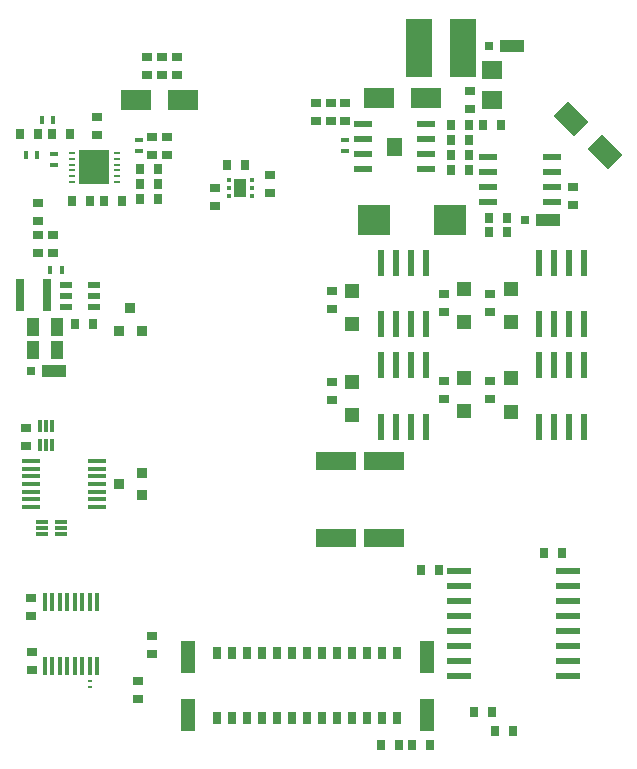
<source format=gbp>
G04*
G04 #@! TF.GenerationSoftware,Altium Limited,Altium Designer,22.1.2 (22)*
G04*
G04 Layer_Color=128*
%FSLAX25Y25*%
%MOIN*%
G70*
G04*
G04 #@! TF.SameCoordinates,718D4045-E2B1-425D-88C3-508A2C93E544*
G04*
G04*
G04 #@! TF.FilePolarity,Positive*
G04*
G01*
G75*
%ADD27R,0.03000X0.03500*%
%ADD29R,0.03500X0.03000*%
%ADD32R,0.10984X0.10118*%
%ADD35R,0.03622X0.03228*%
%ADD42R,0.04000X0.06000*%
%ADD279R,0.13386X0.06299*%
%ADD280R,0.03150X0.03150*%
%ADD281R,0.07874X0.04331*%
%ADD282R,0.01181X0.03898*%
%ADD283R,0.03898X0.01181*%
%ADD284R,0.01614X0.06299*%
%ADD285R,0.01457X0.01063*%
%ADD286R,0.07874X0.02362*%
%ADD287R,0.07000X0.06000*%
%ADD288R,0.03150X0.10630*%
%ADD289R,0.01800X0.02500*%
%ADD290R,0.03937X0.02362*%
%ADD291R,0.06102X0.01378*%
%ADD292R,0.03228X0.03622*%
%ADD293R,0.04724X0.04724*%
%ADD294R,0.04724X0.10630*%
%ADD295R,0.03150X0.04331*%
%ADD296R,0.02362X0.08661*%
%ADD297R,0.09843X0.06693*%
G04:AMPARAMS|DCode=298|XSize=98.43mil|YSize=66.93mil|CornerRadius=0mil|HoleSize=0mil|Usage=FLASHONLY|Rotation=315.000|XOffset=0mil|YOffset=0mil|HoleType=Round|Shape=Rectangle|*
%AMROTATEDRECTD298*
4,1,4,-0.05846,0.01114,-0.01114,0.05846,0.05846,-0.01114,0.01114,-0.05846,-0.05846,0.01114,0.0*
%
%ADD298ROTATEDRECTD298*%

%ADD299R,0.06102X0.02362*%
%ADD300R,0.02500X0.01800*%
%ADD302R,0.06339X0.02284*%
%ADD303R,0.02362X0.00984*%
%ADD304R,0.10236X0.11811*%
%ADD305R,0.08661X0.19685*%
%ADD306R,0.01772X0.01181*%
%ADD307R,0.03937X0.06299*%
G36*
X24153Y207968D02*
X29153D01*
Y214032D01*
X24153D01*
Y207968D01*
D02*
G37*
D27*
X-74000Y152100D02*
D03*
X-80000D02*
D03*
X56100Y218200D02*
D03*
X62100D02*
D03*
X45500Y208200D02*
D03*
X51500D02*
D03*
X45500Y213300D02*
D03*
X51500D02*
D03*
X-58271Y193700D02*
D03*
X-52271D02*
D03*
X59900Y16300D02*
D03*
X65900D02*
D03*
X53200Y22800D02*
D03*
X59200D02*
D03*
X-58271Y198669D02*
D03*
X-52271D02*
D03*
X-58271Y203637D02*
D03*
X-52271D02*
D03*
X-98172Y215300D02*
D03*
X-92172D02*
D03*
X-87500D02*
D03*
X-81500D02*
D03*
X58000Y187300D02*
D03*
X64000D02*
D03*
X58000Y182500D02*
D03*
X64000D02*
D03*
X51500Y203237D02*
D03*
X45500D02*
D03*
X28000Y11500D02*
D03*
X22000D02*
D03*
X32500D02*
D03*
X38500D02*
D03*
X51500Y218300D02*
D03*
X45500D02*
D03*
X76400Y75600D02*
D03*
X82400D02*
D03*
X35500Y70000D02*
D03*
X41500D02*
D03*
X-75072Y193037D02*
D03*
X-81072D02*
D03*
X-64400Y193100D02*
D03*
X-70400D02*
D03*
X-29372Y204937D02*
D03*
X-23371D02*
D03*
D29*
X-96300Y117200D02*
D03*
Y111200D02*
D03*
X-94300Y42600D02*
D03*
Y36600D02*
D03*
X5600Y132500D02*
D03*
Y126500D02*
D03*
Y162900D02*
D03*
Y156900D02*
D03*
X58500Y156100D02*
D03*
X42900D02*
D03*
Y133100D02*
D03*
Y127100D02*
D03*
Y162100D02*
D03*
X58500Y133100D02*
D03*
Y127100D02*
D03*
Y162100D02*
D03*
X-58900Y32900D02*
D03*
Y26900D02*
D03*
X-54300Y47900D02*
D03*
Y41900D02*
D03*
X-92400Y192300D02*
D03*
Y186300D02*
D03*
X-45871Y241037D02*
D03*
Y235037D02*
D03*
X300Y225500D02*
D03*
Y219500D02*
D03*
X51800Y223800D02*
D03*
Y229800D02*
D03*
X5250Y225500D02*
D03*
Y219500D02*
D03*
X10200D02*
D03*
Y225500D02*
D03*
X-50836Y241137D02*
D03*
Y235137D02*
D03*
X-55800D02*
D03*
Y241137D02*
D03*
X-92400Y181500D02*
D03*
Y175500D02*
D03*
X-87300D02*
D03*
Y181500D02*
D03*
X-94500Y60600D02*
D03*
Y54600D02*
D03*
X-54272Y208337D02*
D03*
Y214337D02*
D03*
X-49272Y208337D02*
D03*
Y214337D02*
D03*
X-14972Y201737D02*
D03*
Y195737D02*
D03*
X-33171Y197337D02*
D03*
Y191337D02*
D03*
X-72471Y215137D02*
D03*
Y221137D02*
D03*
X86028Y191737D02*
D03*
Y197737D02*
D03*
D32*
X19800Y186600D02*
D03*
X45154D02*
D03*
D35*
X-65409Y98615D02*
D03*
X-57535Y102355D02*
D03*
Y94875D02*
D03*
D42*
X-94100Y151000D02*
D03*
X-86100D02*
D03*
X-94100Y143400D02*
D03*
X-86100D02*
D03*
D279*
X23086Y80705D02*
D03*
Y106295D02*
D03*
X7028Y80705D02*
D03*
Y106295D02*
D03*
D280*
X-94600Y136400D02*
D03*
X70060Y186800D02*
D03*
X58060Y244500D02*
D03*
D281*
X-87120Y136400D02*
D03*
X77540Y186800D02*
D03*
X65540Y244500D02*
D03*
D282*
X-91469Y111731D02*
D03*
X-89500D02*
D03*
X-87532D02*
D03*
Y118069D02*
D03*
X-89500D02*
D03*
X-91469D02*
D03*
D283*
X-84531Y86068D02*
D03*
Y84100D02*
D03*
Y82131D02*
D03*
X-90869D02*
D03*
Y84100D02*
D03*
Y86068D02*
D03*
D284*
X-80100Y38140D02*
D03*
X-77600D02*
D03*
X-90100D02*
D03*
X-87600D02*
D03*
X-85100D02*
D03*
X-82600D02*
D03*
X-75100D02*
D03*
X-72600D02*
D03*
Y59400D02*
D03*
X-75100D02*
D03*
X-77600D02*
D03*
X-80100D02*
D03*
X-82600D02*
D03*
X-85100D02*
D03*
X-87600D02*
D03*
X-90100D02*
D03*
D285*
X-75100Y30917D02*
D03*
Y33083D02*
D03*
D286*
X84507Y69600D02*
D03*
Y64600D02*
D03*
Y59600D02*
D03*
Y54600D02*
D03*
Y49600D02*
D03*
Y44600D02*
D03*
Y39600D02*
D03*
Y34600D02*
D03*
X47893D02*
D03*
Y39600D02*
D03*
Y44600D02*
D03*
Y49600D02*
D03*
Y54600D02*
D03*
Y59600D02*
D03*
Y64600D02*
D03*
Y69600D02*
D03*
D287*
X59000Y236800D02*
D03*
Y226800D02*
D03*
D288*
X-89272Y161500D02*
D03*
X-98328D02*
D03*
D289*
X-88150Y169900D02*
D03*
X-84450D02*
D03*
X-96222Y208437D02*
D03*
X-92522D02*
D03*
X-87172Y219837D02*
D03*
X-90872D02*
D03*
D290*
X-83124Y165040D02*
D03*
Y161300D02*
D03*
Y157560D02*
D03*
X-73676D02*
D03*
Y161300D02*
D03*
Y165040D02*
D03*
D291*
X-72693Y90938D02*
D03*
Y93497D02*
D03*
Y96056D02*
D03*
Y98615D02*
D03*
Y101174D02*
D03*
Y103733D02*
D03*
Y106292D02*
D03*
X-94740Y90938D02*
D03*
Y93497D02*
D03*
Y96056D02*
D03*
Y98615D02*
D03*
Y101174D02*
D03*
Y103733D02*
D03*
Y106292D02*
D03*
D292*
X-65240Y149563D02*
D03*
X-57760D02*
D03*
X-61500Y157437D02*
D03*
D293*
X65400Y163609D02*
D03*
Y152586D02*
D03*
X49800Y163612D02*
D03*
Y152588D02*
D03*
X12400Y163013D02*
D03*
Y151989D02*
D03*
X12403Y121688D02*
D03*
Y132712D02*
D03*
X65398Y122788D02*
D03*
Y133812D02*
D03*
X49800Y122900D02*
D03*
Y133924D02*
D03*
D294*
X-42323Y41072D02*
D03*
Y21780D02*
D03*
X37323Y41072D02*
D03*
Y21780D02*
D03*
D295*
X22500Y20599D02*
D03*
X17500D02*
D03*
X7500D02*
D03*
X2500D02*
D03*
X-2500D02*
D03*
X-7500D02*
D03*
X-12500D02*
D03*
X-17500D02*
D03*
X-22500D02*
D03*
X-27500D02*
D03*
X27500D02*
D03*
X12500D02*
D03*
X-32500D02*
D03*
Y42253D02*
D03*
X-27500D02*
D03*
X-22500D02*
D03*
X-17500D02*
D03*
X-12500D02*
D03*
X-7500D02*
D03*
X-2500D02*
D03*
X2500D02*
D03*
X7500D02*
D03*
X12500D02*
D03*
X17500D02*
D03*
X22500D02*
D03*
X27500D02*
D03*
D296*
X32000Y117800D02*
D03*
X74800Y151864D02*
D03*
X84800Y117800D02*
D03*
X22000Y151864D02*
D03*
X37000Y138272D02*
D03*
X32000D02*
D03*
X27000D02*
D03*
X22000D02*
D03*
Y117800D02*
D03*
X27000D02*
D03*
X37000D02*
D03*
Y151864D02*
D03*
X32000D02*
D03*
X27000D02*
D03*
X22000Y172336D02*
D03*
X27000D02*
D03*
X32000D02*
D03*
X37000D02*
D03*
X89800Y117800D02*
D03*
X79800D02*
D03*
X74800D02*
D03*
Y138272D02*
D03*
X79800D02*
D03*
X84800D02*
D03*
X89800D02*
D03*
Y151864D02*
D03*
X84800D02*
D03*
X79800D02*
D03*
X74800Y172336D02*
D03*
X79800D02*
D03*
X84800D02*
D03*
X89800D02*
D03*
D297*
X37200Y227300D02*
D03*
X21452D02*
D03*
X-59548Y226600D02*
D03*
X-43800D02*
D03*
D298*
X96668Y209332D02*
D03*
X85532Y220468D02*
D03*
D299*
X79058Y207737D02*
D03*
Y202737D02*
D03*
Y197737D02*
D03*
Y192737D02*
D03*
X57799D02*
D03*
Y197737D02*
D03*
Y202737D02*
D03*
Y207737D02*
D03*
D300*
X10200Y213450D02*
D03*
Y209750D02*
D03*
X-86900Y205100D02*
D03*
Y208800D02*
D03*
X-58772Y209637D02*
D03*
Y213337D02*
D03*
D302*
X16200Y218500D02*
D03*
Y213500D02*
D03*
Y208500D02*
D03*
Y203500D02*
D03*
X37106D02*
D03*
Y208500D02*
D03*
Y213500D02*
D03*
Y218500D02*
D03*
D303*
X-66071Y209074D02*
D03*
Y207106D02*
D03*
Y205137D02*
D03*
Y203169D02*
D03*
Y201200D02*
D03*
Y199232D02*
D03*
X-81032D02*
D03*
Y201200D02*
D03*
Y203169D02*
D03*
Y205137D02*
D03*
Y207106D02*
D03*
Y209074D02*
D03*
D304*
X-73552Y204153D02*
D03*
D305*
X49400Y244100D02*
D03*
X34833D02*
D03*
D306*
X-21071Y199855D02*
D03*
Y197296D02*
D03*
Y194737D02*
D03*
X-28749D02*
D03*
Y197296D02*
D03*
Y199855D02*
D03*
D307*
X-24910Y197296D02*
D03*
M02*

</source>
